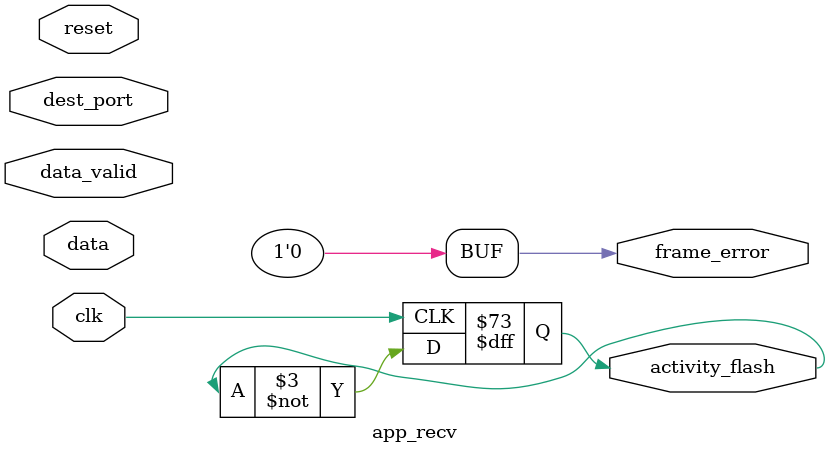
<source format=v>
`timescale 1ns / 1ps



module app_recv(
    input clk,
    input reset,
    input       data_valid,
	input [31:0] data,
	input [15:0] dest_port,
	output frame_error,
	output reg activity_flash
    );
    
    
reg [15:0] port;
reg [31:0] data_buf [0:255]; 

integer data_index;

assign frame_error = 0;

localparam RECV = 1;

always@(posedge clk)
begin

activity_flash <= ~activity_flash;

end


reg [2:0] state;

always @ (posedge clk)
begin

if(reset)
    begin
    
    data_index <= 0;
    port <= 0;
    state <= RECV;   
 
    end


case(state)


    RECV :  
            begin
            
            if(data_valid)
            begin
            
            port <= dest_port;
            
            data_buf[data_index] <= data;
            data_index <= data_index +1;
            
            if(data_index > 255)
                data_index <= 0;
     
            end
            
            else
                begin
                
                
            data_index <= data_index +1;  // Empty Shim to indicate  data end point
            
            if(data_index > 255)
                data_index <= 0;
                
                end
                
            
            
            
            
            
            
            
            end









endcase 
    



end






    
    
    
    

endmodule

</source>
